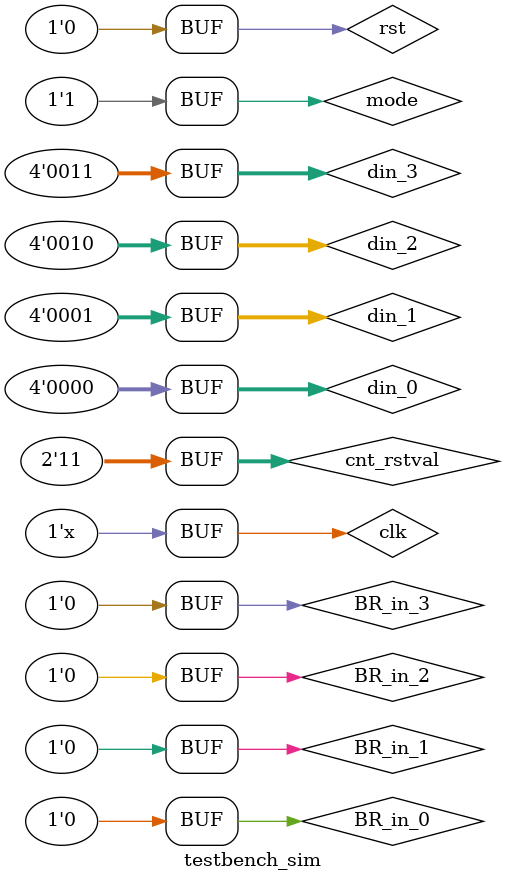
<source format=v>
`timescale 1ns / 1ps


module testbench_sim();
reg clk,rst;
reg [3:0]din_0, din_1, din_2,din_3;
reg BR_in_0, BR_in_1, BR_in_2, BR_in_3;
reg mode;
reg [1:0]cnt_rstval;
wire [3:0] dbus_out;
wire BR_out_0,BR_out_1,BR_out_2,BR_out_3,BS_out_0,BS_out_1,BS_out_2,BS_out_3;
wire [1:0]cnt;
top_counter t0(
    .clk(clk),.rst(rst),
    .din_0(din_0),.din_1(din_1),.din_2(din_2),.din_3(din_3),
    .BR_in_0(BR_in_0),.BR_in_1(BR_in_1),.BR_in_2(BR_in_2),.BR_in_3(BR_in_3),
    .mode(mode),
    .cnt_rstval(cnt_rstval),
    .dbus_out(dbus_out)
    ,
    .BR_out_0(BR_out_0),.BR_out_1(BR_out_1),.BR_out_2(BR_out_2),.BR_out_3(BR_out_3),
    .BS_out_0(BS_out_0),.BS_out_1(BS_out_1),.BS_out_2(BS_out_2),.BS_out_3(BS_out_3),
    .cnt(cnt)
    );

initial begin
    clk = 0;
    rst = 1;
    mode = 1;
    cnt_rstval = 0;
    din_0 = 0;
    din_1 = 1;
    din_2 = 2;
    din_3 = 3;
    BR_in_0 = 0;
    BR_in_1 = 0;
    BR_in_2 = 1;
    BR_in_3 = 1;
    #50 rst = 0;
    #100 BR_in_2 = 0;
    #50 BR_in_3 = 0;
    
    #50 rst = 1;
        cnt_rstval = 3;
    #50 rst = 0;
    #50 BR_in_3 = 1;
        BR_in_0 = 1;
    #50 BR_in_3 = 0;
    #50 BR_in_0 = 0;
        
end

always begin
    # 10 clk = ~clk;
end
endmodule

</source>
